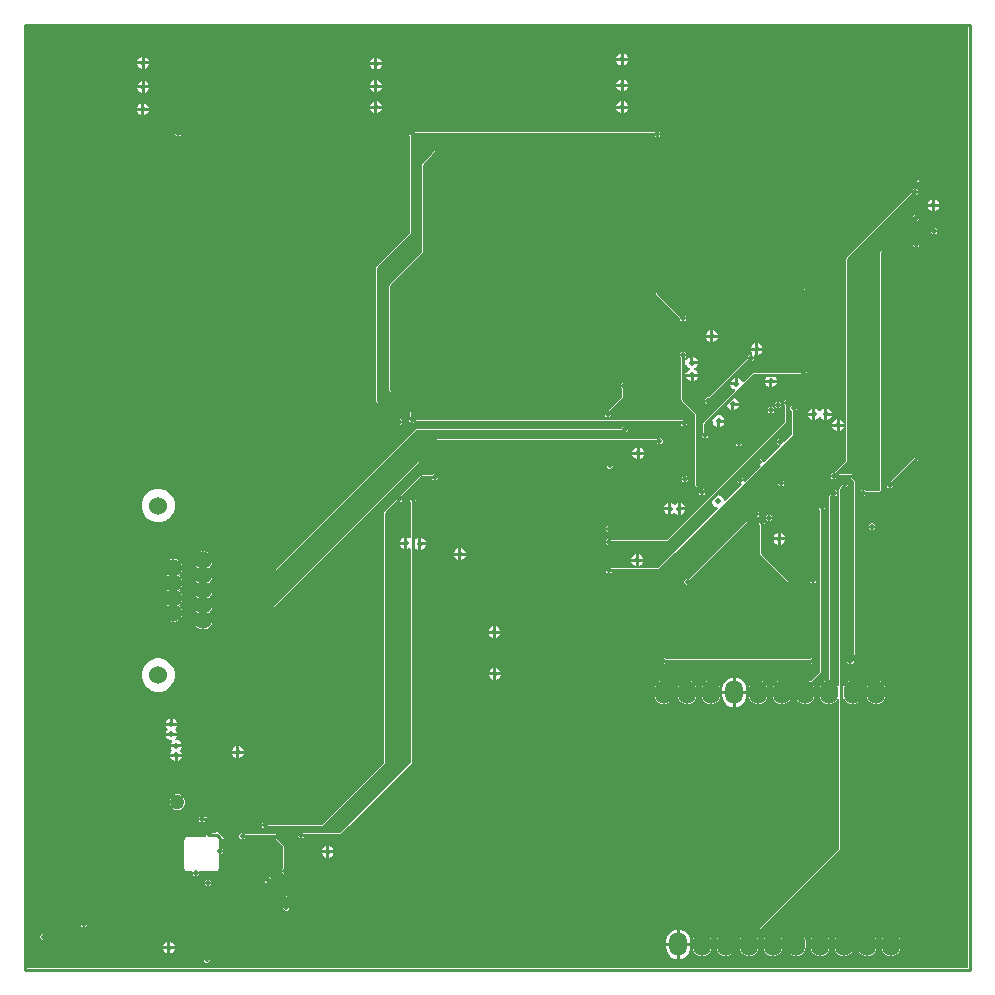
<source format=gbr>
G04*
G04 #@! TF.GenerationSoftware,Altium Limited,Altium Designer,24.4.1 (13)*
G04*
G04 Layer_Physical_Order=2*
G04 Layer_Color=36540*
%FSLAX44Y44*%
%MOMM*%
G71*
G04*
G04 #@! TF.SameCoordinates,85F95AA7-1CD2-4A53-B858-D1680FFA15A6*
G04*
G04*
G04 #@! TF.FilePolarity,Positive*
G04*
G01*
G75*
%ADD17C,0.2540*%
%ADD81O,1.5000X2.0000*%
%ADD83C,0.5000*%
%ADD84C,1.2700*%
%ADD85C,1.5240*%
G36*
X798517Y1483D02*
X1483D01*
Y798517D01*
X798517D01*
Y1483D01*
D02*
G37*
%LPC*%
G36*
X506770Y775679D02*
Y772020D01*
X510429D01*
X509773Y773605D01*
X508355Y775023D01*
X506770Y775679D01*
D02*
G37*
G36*
X504230D02*
X502645Y775023D01*
X501227Y773605D01*
X500571Y772020D01*
X504230D01*
Y775679D01*
D02*
G37*
G36*
X101020Y772929D02*
Y769270D01*
X104679D01*
X104023Y770855D01*
X102605Y772273D01*
X101020Y772929D01*
D02*
G37*
G36*
X98480D02*
X96895Y772273D01*
X95477Y770855D01*
X94821Y769270D01*
X98480D01*
Y772929D01*
D02*
G37*
G36*
X298020Y772179D02*
Y768520D01*
X301679D01*
X301023Y770105D01*
X299605Y771523D01*
X298020Y772179D01*
D02*
G37*
G36*
X295480D02*
X293895Y771523D01*
X292477Y770105D01*
X291821Y768520D01*
X295480D01*
Y772179D01*
D02*
G37*
G36*
X510429Y769480D02*
X506770D01*
Y765821D01*
X508355Y766477D01*
X509773Y767895D01*
X510429Y769480D01*
D02*
G37*
G36*
X504230D02*
X500571D01*
X501227Y767895D01*
X502645Y766477D01*
X504230Y765821D01*
Y769480D01*
D02*
G37*
G36*
X104679Y766730D02*
X101020D01*
Y763071D01*
X102605Y763727D01*
X104023Y765145D01*
X104679Y766730D01*
D02*
G37*
G36*
X98480D02*
X94821D01*
X95477Y765145D01*
X96895Y763727D01*
X98480Y763071D01*
Y766730D01*
D02*
G37*
G36*
X301679Y765980D02*
X298020D01*
Y762321D01*
X299605Y762977D01*
X301023Y764395D01*
X301679Y765980D01*
D02*
G37*
G36*
X295480D02*
X291821D01*
X292477Y764395D01*
X293895Y762977D01*
X295480Y762321D01*
Y765980D01*
D02*
G37*
G36*
X506770Y753679D02*
Y750020D01*
X510429D01*
X509773Y751605D01*
X508355Y753023D01*
X506770Y753679D01*
D02*
G37*
G36*
X504230D02*
X502645Y753023D01*
X501227Y751605D01*
X500571Y750020D01*
X504230D01*
Y753679D01*
D02*
G37*
G36*
X298020Y753179D02*
Y749520D01*
X301679D01*
X301023Y751105D01*
X299605Y752523D01*
X298020Y753179D01*
D02*
G37*
G36*
X295480D02*
X293895Y752523D01*
X292477Y751105D01*
X291821Y749520D01*
X295480D01*
Y753179D01*
D02*
G37*
G36*
X101270Y752429D02*
Y748770D01*
X104929D01*
X104273Y750355D01*
X102855Y751773D01*
X101270Y752429D01*
D02*
G37*
G36*
X98730D02*
X97145Y751773D01*
X95727Y750355D01*
X95071Y748770D01*
X98730D01*
Y752429D01*
D02*
G37*
G36*
X510429Y747480D02*
X506770D01*
Y743821D01*
X508355Y744477D01*
X509773Y745895D01*
X510429Y747480D01*
D02*
G37*
G36*
X504230D02*
X500571D01*
X501227Y745895D01*
X502645Y744477D01*
X504230Y743821D01*
Y747480D01*
D02*
G37*
G36*
X301679Y746980D02*
X298020D01*
Y743321D01*
X299605Y743977D01*
X301023Y745395D01*
X301679Y746980D01*
D02*
G37*
G36*
X295480D02*
X291821D01*
X292477Y745395D01*
X293895Y743977D01*
X295480Y743321D01*
Y746980D01*
D02*
G37*
G36*
X104929Y746230D02*
X101270D01*
Y742571D01*
X102855Y743227D01*
X104273Y744645D01*
X104929Y746230D01*
D02*
G37*
G36*
X98730D02*
X95071D01*
X95727Y744645D01*
X97145Y743227D01*
X98730Y742571D01*
Y746230D01*
D02*
G37*
G36*
X298270Y735429D02*
Y731770D01*
X301929D01*
X301273Y733355D01*
X299855Y734773D01*
X298270Y735429D01*
D02*
G37*
G36*
X295730D02*
X294145Y734773D01*
X292727Y733355D01*
X292071Y731770D01*
X295730D01*
Y735429D01*
D02*
G37*
G36*
X506770Y735179D02*
Y731520D01*
X510429D01*
X509773Y733105D01*
X508355Y734523D01*
X506770Y735179D01*
D02*
G37*
G36*
X504230D02*
X502645Y734523D01*
X501227Y733105D01*
X500571Y731520D01*
X504230D01*
Y735179D01*
D02*
G37*
G36*
X100770Y733429D02*
Y729770D01*
X104429D01*
X103773Y731355D01*
X102355Y732773D01*
X100770Y733429D01*
D02*
G37*
G36*
X98230D02*
X96645Y732773D01*
X95227Y731355D01*
X94571Y729770D01*
X98230D01*
Y733429D01*
D02*
G37*
G36*
X301929Y729230D02*
X298270D01*
Y725571D01*
X299855Y726227D01*
X301273Y727645D01*
X301929Y729230D01*
D02*
G37*
G36*
X295730D02*
X292071D01*
X292727Y727645D01*
X294145Y726227D01*
X295730Y725571D01*
Y729230D01*
D02*
G37*
G36*
X510429Y728980D02*
X506770D01*
Y725321D01*
X508355Y725977D01*
X509773Y727395D01*
X510429Y728980D01*
D02*
G37*
G36*
X504230D02*
X500571D01*
X501227Y727395D01*
X502645Y725977D01*
X504230Y725321D01*
Y728980D01*
D02*
G37*
G36*
X104429Y727230D02*
X100770D01*
Y723571D01*
X102355Y724227D01*
X103773Y725645D01*
X104429Y727230D01*
D02*
G37*
G36*
X98230D02*
X94571D01*
X95227Y725645D01*
X96645Y724227D01*
X98230Y723571D01*
Y727230D01*
D02*
G37*
G36*
X347267Y692850D02*
X346233D01*
X345277Y692454D01*
X344546Y691723D01*
X344150Y690767D01*
Y690247D01*
X336761Y682858D01*
X336326Y681809D01*
X336326Y681809D01*
Y607684D01*
X308451Y579809D01*
X308017Y578760D01*
X308017Y578760D01*
Y490750D01*
X308017Y490750D01*
X308451Y489701D01*
X326017Y472136D01*
Y468194D01*
X325296Y467473D01*
X324900Y466517D01*
Y465483D01*
X325296Y464527D01*
X326027Y463796D01*
X326983Y463400D01*
X328017D01*
X329117Y462951D01*
X330166Y462517D01*
X555150D01*
Y462233D01*
X555546Y461277D01*
X556277Y460546D01*
X556642Y460395D01*
Y417319D01*
X556296Y416973D01*
X555900Y416017D01*
Y414983D01*
X556296Y414027D01*
X557027Y413296D01*
X557983Y412900D01*
X559017D01*
X559973Y413296D01*
X560704Y414027D01*
X561100Y414983D01*
Y416017D01*
X560704Y416973D01*
X559973Y417704D01*
X559608Y417855D01*
Y460931D01*
X559954Y461277D01*
X560350Y462233D01*
Y463267D01*
X559954Y464223D01*
X559223Y464954D01*
X558267Y465350D01*
X557233D01*
X556694Y465127D01*
X555834Y465483D01*
X555834Y465483D01*
X330780D01*
X330100Y466163D01*
Y466517D01*
X329704Y467473D01*
X328983Y468194D01*
Y472750D01*
X328549Y473798D01*
X328549Y473799D01*
X310983Y491364D01*
Y578146D01*
X338858Y606021D01*
X338858Y606021D01*
X339292Y607070D01*
X339292Y607070D01*
Y681195D01*
X345889Y687792D01*
X346233Y687650D01*
X347267D01*
X348223Y688046D01*
X348954Y688777D01*
X349350Y689733D01*
Y690767D01*
X348954Y691723D01*
X348223Y692454D01*
X347267Y692850D01*
D02*
G37*
G36*
X770270Y652079D02*
Y648420D01*
X773929D01*
X773273Y650005D01*
X771855Y651423D01*
X770270Y652079D01*
D02*
G37*
G36*
X767730D02*
X766145Y651423D01*
X764727Y650005D01*
X764071Y648420D01*
X767730D01*
Y652079D01*
D02*
G37*
G36*
X773929Y645880D02*
X770270D01*
Y642221D01*
X771855Y642877D01*
X773273Y644295D01*
X773929Y645880D01*
D02*
G37*
G36*
X767730D02*
X764071D01*
X764727Y644295D01*
X766145Y642877D01*
X767730Y642221D01*
Y645880D01*
D02*
G37*
G36*
X770267Y628100D02*
X769233D01*
X768277Y627704D01*
X767546Y626973D01*
X767150Y626017D01*
Y624983D01*
X767546Y624027D01*
X768277Y623296D01*
X769233Y622900D01*
X770267D01*
X771223Y623296D01*
X771954Y624027D01*
X772350Y624983D01*
Y626017D01*
X771954Y626973D01*
X771223Y627704D01*
X770267Y628100D01*
D02*
G37*
G36*
X130017Y710850D02*
X128983D01*
X128027Y710454D01*
X127296Y709723D01*
X126900Y708767D01*
Y707733D01*
X127296Y706777D01*
X128027Y706046D01*
X128983Y705650D01*
X130017D01*
X130973Y706046D01*
X131610Y706683D01*
X325263D01*
X325294Y706610D01*
X326015Y705888D01*
Y623783D01*
X297701Y595469D01*
X297267Y594421D01*
X297267Y594421D01*
Y482000D01*
X297267Y482000D01*
X297701Y480951D01*
X314150Y464503D01*
Y463483D01*
X314546Y462527D01*
X315277Y461796D01*
X316233Y461400D01*
X317267D01*
X318223Y461796D01*
X318954Y462527D01*
X319350Y463483D01*
Y464517D01*
X318954Y465473D01*
X318223Y466204D01*
X317267Y466600D01*
X316247D01*
X300233Y482614D01*
Y593806D01*
X328547Y622120D01*
X328547Y622120D01*
X328981Y623169D01*
X328981Y623169D01*
Y705888D01*
X329401Y706308D01*
X532929D01*
X533046Y706027D01*
X533767Y705306D01*
Y573500D01*
X533767Y573500D01*
X534201Y572451D01*
X554400Y552253D01*
Y551233D01*
X554796Y550277D01*
X555527Y549546D01*
X556483Y549150D01*
X557517D01*
X558473Y549546D01*
X559204Y550277D01*
X559600Y551233D01*
Y552267D01*
X559204Y553223D01*
X558473Y553954D01*
X557517Y554350D01*
X556497D01*
X536733Y574114D01*
Y705306D01*
X537454Y706027D01*
X537850Y706983D01*
Y708017D01*
X537454Y708973D01*
X536723Y709704D01*
X535767Y710100D01*
X534733D01*
X533777Y709704D01*
X533347Y709274D01*
X329819D01*
X329702Y709555D01*
X328971Y710287D01*
X328015Y710682D01*
X326981D01*
X326025Y710287D01*
X325388Y709649D01*
X131735D01*
X131704Y709723D01*
X130973Y710454D01*
X130017Y710850D01*
D02*
G37*
G36*
X582520Y541429D02*
Y537770D01*
X586179D01*
X585523Y539355D01*
X584105Y540773D01*
X582520Y541429D01*
D02*
G37*
G36*
X579980D02*
X578395Y540773D01*
X576977Y539355D01*
X576321Y537770D01*
X579980D01*
Y541429D01*
D02*
G37*
G36*
X586179Y535230D02*
X582520D01*
Y531571D01*
X584105Y532227D01*
X585523Y533645D01*
X586179Y535230D01*
D02*
G37*
G36*
X579980D02*
X576321D01*
X576977Y533645D01*
X578395Y532227D01*
X579980Y531571D01*
Y535230D01*
D02*
G37*
G36*
X620520Y530429D02*
Y526770D01*
X624179D01*
X623523Y528355D01*
X622105Y529773D01*
X620520Y530429D01*
D02*
G37*
G36*
X617980D02*
X616395Y529773D01*
X614977Y528355D01*
X614321Y526770D01*
X617980D01*
Y530429D01*
D02*
G37*
G36*
X624179Y524230D02*
X620520D01*
Y520571D01*
X622105Y521227D01*
X623523Y522645D01*
X624179Y524230D01*
D02*
G37*
G36*
X617980D02*
X614321D01*
X614977Y522645D01*
X615667Y521955D01*
X615086Y520967D01*
X614976Y520850D01*
X613983D01*
X613027Y520454D01*
X612296Y519723D01*
X611900Y518767D01*
Y517872D01*
X578596Y484568D01*
X578517Y484600D01*
X577483D01*
X576527Y484204D01*
X575796Y483473D01*
X575400Y482517D01*
Y481483D01*
X575796Y480527D01*
X576527Y479796D01*
X577483Y479400D01*
X578517D01*
X579473Y479796D01*
X580204Y480527D01*
X580600Y481483D01*
Y482378D01*
X595787Y497565D01*
X595954Y497520D01*
X600730D01*
Y502296D01*
X600686Y502463D01*
X613905Y515682D01*
X613983Y515650D01*
X615017D01*
X615973Y516046D01*
X616704Y516777D01*
X617100Y517733D01*
Y518767D01*
X616704Y519723D01*
X616701Y519726D01*
X617420Y520803D01*
X617980Y520571D01*
Y524230D01*
D02*
G37*
G36*
X565770Y518929D02*
Y515270D01*
X569429D01*
X568773Y516855D01*
X567355Y518273D01*
X565770Y518929D01*
D02*
G37*
G36*
X557517Y523100D02*
X556483D01*
X555527Y522704D01*
X554796Y521973D01*
X554400Y521017D01*
Y519983D01*
X554796Y519027D01*
X555267Y518556D01*
Y483000D01*
X555267Y483000D01*
X555701Y481951D01*
X567267Y470386D01*
Y410818D01*
X567267Y410818D01*
X567701Y409769D01*
X571272Y406199D01*
X570796Y405723D01*
X570400Y404767D01*
Y403733D01*
X570796Y402777D01*
X571527Y402046D01*
X572483Y401650D01*
X573517D01*
X574473Y402046D01*
X575204Y402777D01*
X575600Y403733D01*
Y404767D01*
X575204Y405723D01*
X574483Y406444D01*
Y406568D01*
X574049Y407617D01*
X574049Y407617D01*
X570233Y411432D01*
Y471000D01*
X569799Y472049D01*
X569799Y472049D01*
X558233Y483614D01*
Y512894D01*
X559460Y512997D01*
X560227Y511145D01*
X561645Y509727D01*
X562772Y509261D01*
Y507886D01*
X561895Y507523D01*
X560477Y506105D01*
X559821Y504520D01*
X569679D01*
X569023Y506105D01*
X567605Y507523D01*
X566478Y507989D01*
Y509364D01*
X567355Y509727D01*
X568773Y511145D01*
X569429Y512730D01*
X564500D01*
Y514000D01*
X563230D01*
Y518929D01*
X561645Y518273D01*
X560227Y516855D01*
X559460Y515003D01*
X558233Y515106D01*
Y518196D01*
X558473Y518296D01*
X559204Y519027D01*
X559600Y519983D01*
Y521017D01*
X559204Y521973D01*
X558473Y522704D01*
X557517Y523100D01*
D02*
G37*
G36*
X754887Y671850D02*
X753853D01*
X752897Y671454D01*
X752166Y670723D01*
X751770Y669767D01*
Y668747D01*
X659451Y576429D01*
X659017Y575380D01*
X659017Y575380D01*
Y507864D01*
X656636Y505483D01*
X617250D01*
X616201Y505049D01*
X608213Y497060D01*
X606914Y497557D01*
X606273Y499105D01*
X604855Y500523D01*
X603270Y501179D01*
Y496250D01*
X602000D01*
Y494980D01*
X597071D01*
X597727Y493395D01*
X599145Y491977D01*
X600693Y491336D01*
X601190Y490037D01*
X574701Y463549D01*
X574267Y462500D01*
X574267Y462500D01*
Y454694D01*
X573546Y453973D01*
X573150Y453017D01*
Y451983D01*
X573546Y451027D01*
X574277Y450296D01*
X575233Y449900D01*
X576267D01*
X577223Y450296D01*
X577954Y451027D01*
X578350Y451983D01*
Y453017D01*
X577954Y453973D01*
X577233Y454694D01*
Y461886D01*
X580690Y465343D01*
X581960Y464817D01*
Y463498D01*
X582727Y461645D01*
X584145Y460227D01*
X585730Y459571D01*
Y464500D01*
X587000D01*
Y465770D01*
X591929D01*
X591273Y467355D01*
X589855Y468773D01*
X588003Y469540D01*
X586683D01*
X586157Y470810D01*
X592808Y477461D01*
X594306Y477163D01*
X594727Y476145D01*
X596145Y474727D01*
X597730Y474071D01*
Y479000D01*
X599000D01*
Y480270D01*
X603929D01*
X603273Y481855D01*
X601855Y483273D01*
X600837Y483694D01*
X600539Y485192D01*
X617864Y502517D01*
X626730D01*
X627216Y501344D01*
X626977Y501105D01*
X626321Y499520D01*
X636179D01*
X635523Y501105D01*
X635284Y501344D01*
X635770Y502517D01*
X657250D01*
X657250Y502517D01*
X658299Y502951D01*
X661548Y506201D01*
X661549Y506201D01*
X661983Y507250D01*
Y574766D01*
X753867Y666650D01*
X754887D01*
X755843Y667046D01*
X756574Y667777D01*
X756970Y668733D01*
Y669767D01*
X756574Y670723D01*
X755843Y671454D01*
X754887Y671850D01*
D02*
G37*
G36*
X569679Y501980D02*
X566020D01*
Y498321D01*
X567605Y498977D01*
X569023Y500395D01*
X569679Y501980D01*
D02*
G37*
G36*
X563480D02*
X559821D01*
X560477Y500395D01*
X561895Y498977D01*
X563480Y498321D01*
Y501980D01*
D02*
G37*
G36*
X636179Y496980D02*
X632520D01*
Y493321D01*
X634105Y493977D01*
X635523Y495395D01*
X636179Y496980D01*
D02*
G37*
G36*
X629980D02*
X626321D01*
X626977Y495395D01*
X628395Y493977D01*
X629980Y493321D01*
Y496980D01*
D02*
G37*
G36*
X637906Y480961D02*
X636871D01*
X635916Y480566D01*
X635184Y479834D01*
X634789Y478879D01*
Y477844D01*
X635184Y476889D01*
X635916Y476157D01*
X636871Y475761D01*
X637906D01*
X638861Y476157D01*
X639593Y476889D01*
X639989Y477844D01*
Y478879D01*
X639593Y479834D01*
X638861Y480566D01*
X637906Y480961D01*
D02*
G37*
G36*
X603929Y477730D02*
X600270D01*
Y474071D01*
X601855Y474727D01*
X603273Y476145D01*
X603929Y477730D01*
D02*
G37*
G36*
X676480Y475179D02*
X674895Y474523D01*
X673477Y473105D01*
X673385Y472882D01*
X672115D01*
X672023Y473105D01*
X670605Y474523D01*
X669020Y475179D01*
Y470250D01*
Y465321D01*
X670605Y465977D01*
X672023Y467395D01*
X672115Y467618D01*
X673385D01*
X673477Y467395D01*
X674895Y465977D01*
X676480Y465321D01*
Y470250D01*
Y475179D01*
D02*
G37*
G36*
X679020D02*
Y471520D01*
X682679D01*
X682023Y473105D01*
X680605Y474523D01*
X679020Y475179D01*
D02*
G37*
G36*
X666480D02*
X664895Y474523D01*
X663477Y473105D01*
X662821Y471520D01*
X666480D01*
Y475179D01*
D02*
G37*
G36*
X632017Y476600D02*
X630983D01*
X630027Y476204D01*
X629296Y475473D01*
X628900Y474517D01*
Y473483D01*
X629296Y472527D01*
X630027Y471796D01*
X630983Y471400D01*
X632017D01*
X632973Y471796D01*
X633704Y472527D01*
X634100Y473483D01*
Y474517D01*
X633704Y475473D01*
X632973Y476204D01*
X632017Y476600D01*
D02*
G37*
G36*
X507267Y497100D02*
X506233D01*
X505277Y496704D01*
X504546Y495973D01*
X504150Y495017D01*
Y493983D01*
X504546Y493027D01*
X505267Y492306D01*
Y484364D01*
X493753Y472850D01*
X492733D01*
X491777Y472454D01*
X491046Y471723D01*
X490650Y470767D01*
Y469733D01*
X491046Y468777D01*
X491777Y468046D01*
X492733Y467650D01*
X493767D01*
X494723Y468046D01*
X495454Y468777D01*
X495850Y469733D01*
Y470753D01*
X507799Y482701D01*
X507799Y482701D01*
X508233Y483750D01*
X508233Y483750D01*
Y492306D01*
X508954Y493027D01*
X509350Y493983D01*
Y495017D01*
X508954Y495973D01*
X508223Y496704D01*
X507267Y497100D01*
D02*
G37*
G36*
X682679Y468980D02*
X679020D01*
Y465321D01*
X680605Y465977D01*
X682023Y467395D01*
X682679Y468980D01*
D02*
G37*
G36*
X666480D02*
X662821D01*
X663477Y467395D01*
X664895Y465977D01*
X666480Y465321D01*
Y468980D01*
D02*
G37*
G36*
X689520Y465929D02*
Y462270D01*
X693179D01*
X692523Y463855D01*
X691105Y465273D01*
X689520Y465929D01*
D02*
G37*
G36*
X686980D02*
X685395Y465273D01*
X683977Y463855D01*
X683321Y462270D01*
X686980D01*
Y465929D01*
D02*
G37*
G36*
X591929Y463230D02*
X588270D01*
Y459571D01*
X589855Y460227D01*
X591273Y461645D01*
X591929Y463230D01*
D02*
G37*
G36*
X693179Y459730D02*
X689520D01*
Y456071D01*
X691105Y456727D01*
X692523Y458145D01*
X693179Y459730D01*
D02*
G37*
G36*
X686980D02*
X683321D01*
X683977Y458145D01*
X685395Y456727D01*
X686980Y456071D01*
Y459730D01*
D02*
G37*
G36*
X508017Y460350D02*
X506983D01*
X506027Y459954D01*
X505296Y459223D01*
X504900Y458267D01*
Y457983D01*
X331500D01*
X330451Y457549D01*
X330451Y457548D01*
X195686Y322783D01*
X158245D01*
X157844Y324280D01*
X156827Y326040D01*
X156077Y326791D01*
X155505Y327650D01*
X156077Y328509D01*
X156827Y329260D01*
X157844Y331020D01*
X158370Y332984D01*
Y335016D01*
X157844Y336980D01*
X156827Y338740D01*
X156077Y339491D01*
X155505Y340350D01*
X156077Y341209D01*
X156827Y341960D01*
X157844Y343720D01*
X158370Y345684D01*
Y347716D01*
X157844Y349680D01*
X156827Y351440D01*
X155390Y352878D01*
X153630Y353894D01*
X151666Y354420D01*
X149634D01*
X147670Y353894D01*
X145910Y352878D01*
X144473Y351440D01*
X143456Y349680D01*
X142930Y347716D01*
Y345684D01*
X143456Y343720D01*
X144473Y341960D01*
X145223Y341209D01*
X145795Y340350D01*
X145223Y339491D01*
X144473Y338740D01*
X143456Y336980D01*
X142930Y335016D01*
Y332984D01*
X143456Y331020D01*
X144473Y329260D01*
X145223Y328509D01*
X145795Y327650D01*
X145223Y326791D01*
X144473Y326040D01*
X143456Y324280D01*
X142930Y322316D01*
Y320284D01*
X143456Y318320D01*
X144473Y316560D01*
X145223Y315809D01*
X145795Y314950D01*
X145223Y314090D01*
X144473Y313340D01*
X143456Y311580D01*
X142930Y309616D01*
Y307584D01*
X143456Y305620D01*
X144473Y303860D01*
X145223Y303109D01*
X145795Y302250D01*
X145223Y301390D01*
X144473Y300640D01*
X143456Y298880D01*
X142930Y296916D01*
Y294884D01*
X143456Y292920D01*
X144473Y291160D01*
X145910Y289722D01*
X147670Y288706D01*
X149634Y288180D01*
X151666D01*
X153630Y288706D01*
X155390Y289722D01*
X156827Y291160D01*
X157844Y292920D01*
X158370Y294884D01*
Y296916D01*
X157844Y298880D01*
X156827Y300640D01*
X156077Y301390D01*
X155505Y302250D01*
X156077Y303109D01*
X156827Y303860D01*
X157844Y305620D01*
X158245Y307117D01*
X209350D01*
X209350Y307117D01*
X210399Y307551D01*
X349114Y446267D01*
X534806D01*
X535527Y445546D01*
X536483Y445150D01*
X537517D01*
X538473Y445546D01*
X539204Y446277D01*
X539600Y447233D01*
Y448267D01*
X539204Y449223D01*
X538473Y449954D01*
X537517Y450350D01*
X536483D01*
X535527Y449954D01*
X534806Y449233D01*
X348500D01*
X348500Y449233D01*
X347451Y448799D01*
X347451Y448798D01*
X208736Y310083D01*
X158245D01*
X157844Y311580D01*
X156827Y313340D01*
X156077Y314090D01*
X155505Y314950D01*
X156077Y315809D01*
X156827Y316560D01*
X157844Y318320D01*
X158245Y319817D01*
X196300D01*
X196300Y319817D01*
X197349Y320251D01*
X332114Y455017D01*
X505584D01*
X505584Y455017D01*
X506444Y455373D01*
X506983Y455150D01*
X508017D01*
X508973Y455546D01*
X509704Y456277D01*
X510100Y457233D01*
Y458267D01*
X509704Y459223D01*
X508973Y459954D01*
X508017Y460350D01*
D02*
G37*
G36*
X604767Y448350D02*
X603733D01*
X602777Y447954D01*
X602046Y447223D01*
X601650Y446267D01*
Y445233D01*
X602046Y444277D01*
X602777Y443546D01*
X603733Y443150D01*
X604767D01*
X605723Y443546D01*
X606454Y444277D01*
X606850Y445233D01*
Y446267D01*
X606454Y447223D01*
X605723Y447954D01*
X604767Y448350D01*
D02*
G37*
G36*
X520270Y442179D02*
Y438520D01*
X523929D01*
X523273Y440105D01*
X521855Y441523D01*
X520270Y442179D01*
D02*
G37*
G36*
X517730D02*
X516145Y441523D01*
X514727Y440105D01*
X514071Y438520D01*
X517730D01*
Y442179D01*
D02*
G37*
G36*
X523929Y435980D02*
X520270D01*
Y432321D01*
X521855Y432977D01*
X523273Y434395D01*
X523929Y435980D01*
D02*
G37*
G36*
X517730D02*
X514071D01*
X514727Y434395D01*
X516145Y432977D01*
X517730Y432321D01*
Y435980D01*
D02*
G37*
G36*
X495517Y429600D02*
X494483D01*
X493527Y429204D01*
X492796Y428473D01*
X492400Y427517D01*
Y426483D01*
X492796Y425527D01*
X493527Y424796D01*
X494483Y424400D01*
X495517D01*
X496473Y424796D01*
X497204Y425527D01*
X497600Y426483D01*
Y427517D01*
X497204Y428473D01*
X496473Y429204D01*
X495517Y429600D01*
D02*
G37*
G36*
X347267Y419850D02*
X346233D01*
X345277Y419454D01*
X344556Y418733D01*
X335750D01*
X335750Y418733D01*
X334701Y418299D01*
X334701Y418298D01*
X317253Y400850D01*
X316233D01*
X315277Y400454D01*
X314546Y399723D01*
X314150Y398767D01*
Y397747D01*
X304201Y387799D01*
X303767Y386750D01*
X303767Y386750D01*
Y174684D01*
X251816Y122733D01*
X205350D01*
Y123017D01*
X204954Y123973D01*
X204223Y124704D01*
X203267Y125100D01*
X202233D01*
X201277Y124704D01*
X200546Y123973D01*
X200150Y123017D01*
Y121983D01*
X200546Y121027D01*
X201277Y120296D01*
X202233Y119900D01*
X203267D01*
X203473Y119985D01*
X204000Y119767D01*
X204000Y119767D01*
X252430D01*
X252430Y119767D01*
X253479Y120201D01*
X306299Y173021D01*
X306299Y173021D01*
X306733Y174069D01*
X306733Y174070D01*
Y386136D01*
X316247Y395650D01*
X317267D01*
X318223Y396046D01*
X318954Y396777D01*
X319350Y397733D01*
Y398753D01*
X336364Y415767D01*
X344556D01*
X345277Y415046D01*
X346233Y414650D01*
X347267D01*
X348223Y415046D01*
X348954Y415777D01*
X349350Y416733D01*
Y417767D01*
X348954Y418723D01*
X348223Y419454D01*
X347267Y419850D01*
D02*
G37*
G36*
X640517Y414600D02*
X639483D01*
X638527Y414204D01*
X637796Y413473D01*
X637400Y412517D01*
Y411483D01*
X637796Y410527D01*
X638527Y409796D01*
X639483Y409400D01*
X640517D01*
X641473Y409796D01*
X642204Y410527D01*
X642600Y411483D01*
Y412517D01*
X642204Y413473D01*
X641473Y414204D01*
X640517Y414600D01*
D02*
G37*
G36*
X755017Y616850D02*
X753983D01*
X753027Y616454D01*
X752296Y615723D01*
X751900Y614767D01*
Y613733D01*
X752296Y612777D01*
X753017Y612056D01*
Y433364D01*
X732503Y412850D01*
X731483D01*
X730527Y412454D01*
X729796Y411723D01*
X729400Y410767D01*
Y409733D01*
X729796Y408777D01*
X730527Y408046D01*
X731483Y407650D01*
X732517D01*
X733473Y408046D01*
X734204Y408777D01*
X734600Y409733D01*
Y410753D01*
X755548Y431701D01*
X755549Y431701D01*
X755983Y432750D01*
Y612056D01*
X756704Y612777D01*
X757100Y613733D01*
Y614767D01*
X756704Y615723D01*
X755973Y616454D01*
X755017Y616850D01*
D02*
G37*
G36*
X754517Y639100D02*
X753483D01*
X752527Y638704D01*
X751796Y637973D01*
X751400Y637017D01*
Y635997D01*
X724201Y608799D01*
X723767Y607750D01*
X723767Y607750D01*
Y406102D01*
X723148Y405483D01*
X711694D01*
X710973Y406204D01*
X710017Y406600D01*
X708983D01*
X708027Y406204D01*
X707296Y405473D01*
X706900Y404517D01*
Y403483D01*
X707296Y402527D01*
X708027Y401796D01*
X708983Y401400D01*
X710017D01*
X710973Y401796D01*
X711694Y402517D01*
X723762D01*
X723762Y402517D01*
X724811Y402951D01*
X726299Y404439D01*
X726299Y404439D01*
X726733Y405488D01*
Y607136D01*
X753497Y633900D01*
X754517D01*
X755473Y634296D01*
X756204Y635027D01*
X756600Y635983D01*
Y637017D01*
X756204Y637973D01*
X755473Y638704D01*
X754517Y639100D01*
D02*
G37*
G36*
X544480Y395429D02*
X542895Y394773D01*
X541477Y393355D01*
X540821Y391770D01*
X544480D01*
Y395429D01*
D02*
G37*
G36*
X555020Y395179D02*
Y391520D01*
X558679D01*
X558023Y393105D01*
X556605Y394523D01*
X555020Y395179D01*
D02*
G37*
G36*
X544480Y389230D02*
X540821D01*
X541477Y387645D01*
X542895Y386227D01*
X544480Y385571D01*
Y389230D01*
D02*
G37*
G36*
X558679Y388980D02*
X555020D01*
Y385321D01*
X556605Y385977D01*
X558023Y387395D01*
X558679Y388980D01*
D02*
G37*
G36*
X547020Y395429D02*
Y390500D01*
Y385571D01*
X548605Y386227D01*
X549625Y387247D01*
X550895Y385977D01*
X552480Y385321D01*
Y390250D01*
Y395179D01*
X550895Y394523D01*
X549875Y393503D01*
X548605Y394773D01*
X547020Y395429D01*
D02*
G37*
G36*
X630267Y385350D02*
X629233D01*
X628277Y384954D01*
X627546Y384223D01*
X627150Y383267D01*
Y382233D01*
X627546Y381277D01*
X628277Y380546D01*
X629233Y380150D01*
X630267D01*
X631223Y380546D01*
X631954Y381277D01*
X632350Y382233D01*
Y383267D01*
X631954Y384223D01*
X631223Y384954D01*
X630267Y385350D01*
D02*
G37*
G36*
X114402Y407120D02*
X110698D01*
X107119Y406161D01*
X103911Y404309D01*
X101291Y401689D01*
X99439Y398481D01*
X98480Y394902D01*
Y391198D01*
X99439Y387619D01*
X101291Y384411D01*
X103911Y381791D01*
X107119Y379939D01*
X110698Y378980D01*
X114402D01*
X117981Y379939D01*
X121189Y381791D01*
X123809Y384411D01*
X125661Y387619D01*
X126620Y391198D01*
Y394902D01*
X125661Y398481D01*
X123809Y401689D01*
X121189Y404309D01*
X117981Y406161D01*
X114402Y407120D01*
D02*
G37*
G36*
X717517Y377869D02*
X716483D01*
X715527Y377473D01*
X714796Y376742D01*
X714400Y375786D01*
Y374752D01*
X714796Y373796D01*
X715527Y373065D01*
X716483Y372669D01*
X717517D01*
X718473Y373065D01*
X719204Y373796D01*
X719600Y374752D01*
Y375786D01*
X719204Y376742D01*
X718473Y377473D01*
X717517Y377869D01*
D02*
G37*
G36*
X494517Y376100D02*
X493483D01*
X492527Y375704D01*
X491796Y374973D01*
X491400Y374017D01*
Y372983D01*
X491796Y372027D01*
X492527Y371296D01*
X493483Y370900D01*
X494517D01*
X495473Y371296D01*
X496204Y372027D01*
X496600Y372983D01*
Y374017D01*
X496204Y374973D01*
X495473Y375704D01*
X494517Y376100D01*
D02*
G37*
G36*
X639770Y369929D02*
Y366270D01*
X643429D01*
X642773Y367855D01*
X641355Y369273D01*
X639770Y369929D01*
D02*
G37*
G36*
X637230D02*
X635645Y369273D01*
X634227Y367855D01*
X633571Y366270D01*
X637230D01*
Y369929D01*
D02*
G37*
G36*
X328517Y400850D02*
X327483D01*
X326527Y400454D01*
X325796Y399723D01*
X325400Y398767D01*
Y397733D01*
X325796Y396777D01*
X326517Y396056D01*
Y365520D01*
X325344Y365034D01*
X325105Y365273D01*
X323520Y365929D01*
Y361000D01*
Y356071D01*
X325105Y356727D01*
X325344Y356966D01*
X326517Y356480D01*
Y175131D01*
X266869Y115483D01*
X235944D01*
X235223Y116204D01*
X234267Y116600D01*
X233233D01*
X232277Y116204D01*
X231546Y115473D01*
X231150Y114517D01*
Y113483D01*
X231546Y112527D01*
X232277Y111796D01*
X233233Y111400D01*
X234267D01*
X235223Y111796D01*
X235944Y112517D01*
X267484D01*
X267484Y112517D01*
X268532Y112951D01*
X329049Y173468D01*
X329483Y174517D01*
X329483Y174517D01*
Y356343D01*
X330753Y356870D01*
X331145Y356477D01*
X332730Y355821D01*
Y360750D01*
Y365679D01*
X331145Y365023D01*
X330753Y364631D01*
X329483Y365157D01*
Y396056D01*
X330204Y396777D01*
X330600Y397733D01*
Y398767D01*
X330204Y399723D01*
X329473Y400454D01*
X328517Y400850D01*
D02*
G37*
G36*
X320980Y365929D02*
X319395Y365273D01*
X317977Y363855D01*
X317321Y362270D01*
X320980D01*
Y365929D01*
D02*
G37*
G36*
X335270Y365679D02*
Y362020D01*
X338929D01*
X338273Y363605D01*
X336855Y365023D01*
X335270Y365679D01*
D02*
G37*
G36*
X643429Y363730D02*
X639770D01*
Y360071D01*
X641355Y360727D01*
X642773Y362145D01*
X643429Y363730D01*
D02*
G37*
G36*
X637230D02*
X633571D01*
X634227Y362145D01*
X635645Y360727D01*
X637230Y360071D01*
Y363730D01*
D02*
G37*
G36*
X320980Y359730D02*
X317321D01*
X317977Y358145D01*
X319395Y356727D01*
X320980Y356071D01*
Y359730D01*
D02*
G37*
G36*
X338929Y359480D02*
X335270D01*
Y355821D01*
X336855Y356477D01*
X338273Y357895D01*
X338929Y359480D01*
D02*
G37*
G36*
X369270Y356929D02*
Y353270D01*
X372929D01*
X372273Y354855D01*
X370855Y356273D01*
X369270Y356929D01*
D02*
G37*
G36*
X366730D02*
X365145Y356273D01*
X363727Y354855D01*
X363071Y353270D01*
X366730D01*
Y356929D01*
D02*
G37*
G36*
X519520Y351679D02*
Y348020D01*
X523179D01*
X522523Y349605D01*
X521105Y351023D01*
X519520Y351679D01*
D02*
G37*
G36*
X516980D02*
X515395Y351023D01*
X513977Y349605D01*
X513321Y348020D01*
X516980D01*
Y351679D01*
D02*
G37*
G36*
X372929Y350730D02*
X369270D01*
Y347071D01*
X370855Y347727D01*
X372273Y349145D01*
X372929Y350730D01*
D02*
G37*
G36*
X366730D02*
X363071D01*
X363727Y349145D01*
X365145Y347727D01*
X366730Y347071D01*
Y350730D01*
D02*
G37*
G36*
X523179Y345480D02*
X519520D01*
Y341821D01*
X521105Y342477D01*
X522523Y343895D01*
X523179Y345480D01*
D02*
G37*
G36*
X516980D02*
X513321D01*
X513977Y343895D01*
X515395Y342477D01*
X516980Y341821D01*
Y345480D01*
D02*
G37*
G36*
X645267Y482850D02*
X644233D01*
X643277Y482454D01*
X642546Y481723D01*
X642150Y480767D01*
Y479733D01*
X642546Y478777D01*
X643267Y478056D01*
Y463614D01*
X543636Y363983D01*
X496194D01*
X495473Y364704D01*
X494517Y365100D01*
X493483D01*
X492527Y364704D01*
X491796Y363973D01*
X491400Y363017D01*
Y361983D01*
X491796Y361027D01*
X492527Y360296D01*
X493483Y359900D01*
X494517D01*
X495473Y360296D01*
X496194Y361017D01*
X544250D01*
X544250Y361017D01*
X545299Y361451D01*
X580037Y396190D01*
X581210Y395704D01*
Y395498D01*
X581977Y393645D01*
X583395Y392227D01*
X585247Y391460D01*
X585817D01*
X586343Y390190D01*
X536136Y339983D01*
X496194D01*
X495723Y340454D01*
X494767Y340850D01*
X493733D01*
X492777Y340454D01*
X492046Y339723D01*
X491650Y338767D01*
Y337733D01*
X492046Y336777D01*
X492777Y336046D01*
X493733Y335650D01*
X494767D01*
X495723Y336046D01*
X496454Y336777D01*
X496553Y337017D01*
X536750D01*
X536750Y337017D01*
X537799Y337451D01*
X651548Y451201D01*
X651549Y451201D01*
X651983Y452250D01*
X651983Y452250D01*
Y473306D01*
X652704Y474027D01*
X653100Y474983D01*
Y476017D01*
X652704Y476973D01*
X651973Y477704D01*
X651017Y478100D01*
X649983D01*
X649027Y477704D01*
X648296Y476973D01*
X647900Y476017D01*
Y474983D01*
X648296Y474027D01*
X649017Y473306D01*
Y452864D01*
X642609Y446456D01*
X641350Y446993D01*
Y447517D01*
X640954Y448473D01*
X640223Y449204D01*
X639267Y449600D01*
X638233D01*
X637277Y449204D01*
X636546Y448473D01*
X636150Y447517D01*
Y446483D01*
X636546Y445527D01*
X637277Y444796D01*
X638233Y444400D01*
X638757D01*
X639294Y443141D01*
X625184Y429031D01*
X624131Y429713D01*
X624100Y429743D01*
Y430767D01*
X623704Y431723D01*
X622973Y432454D01*
X622017Y432850D01*
X620983D01*
X620027Y432454D01*
X619296Y431723D01*
X618900Y430767D01*
Y429733D01*
X619296Y428777D01*
X620027Y428046D01*
X620983Y427650D01*
X622007D01*
X622037Y427620D01*
X622719Y426566D01*
X609007Y412854D01*
X607930Y413574D01*
X608100Y413983D01*
Y415017D01*
X607704Y415973D01*
X606973Y416704D01*
X606017Y417100D01*
X604983D01*
X604027Y416704D01*
X603296Y415973D01*
X602900Y415017D01*
Y413983D01*
X603296Y413027D01*
X604027Y412296D01*
X604983Y411900D01*
X606017D01*
X606426Y412070D01*
X607146Y410993D01*
X592560Y396407D01*
X591290Y396933D01*
Y397503D01*
X590523Y399355D01*
X589105Y400773D01*
X587253Y401540D01*
X587047D01*
X586560Y402713D01*
X645798Y461951D01*
X645799Y461951D01*
X646233Y463000D01*
Y478056D01*
X646954Y478777D01*
X647350Y479733D01*
Y480767D01*
X646954Y481723D01*
X646223Y482454D01*
X645267Y482850D01*
D02*
G37*
G36*
X619517Y388350D02*
X618483D01*
X617527Y387954D01*
X616796Y387223D01*
X616400Y386267D01*
Y385247D01*
X561964Y330811D01*
X561267Y331100D01*
X560233D01*
X559277Y330704D01*
X558546Y329973D01*
X558150Y329017D01*
Y327983D01*
X558546Y327027D01*
X559277Y326296D01*
X560233Y325900D01*
X561267D01*
X562223Y326296D01*
X562954Y327027D01*
X563350Y327983D01*
Y328003D01*
X618497Y383150D01*
X619517D01*
X620473Y383546D01*
X621204Y384277D01*
X621600Y385233D01*
Y386267D01*
X621204Y387223D01*
X620473Y387954D01*
X619517Y388350D01*
D02*
G37*
G36*
X624017Y381350D02*
X622983D01*
X622027Y380954D01*
X621296Y380223D01*
X620900Y379267D01*
Y378233D01*
X621296Y377277D01*
X622017Y376556D01*
Y353250D01*
X622017Y353250D01*
X622451Y352201D01*
X645951Y328702D01*
X645951Y328701D01*
X647000Y328267D01*
X647000Y328267D01*
X664806D01*
X665527Y327546D01*
X666483Y327150D01*
X667517D01*
X668473Y327546D01*
X669204Y328277D01*
X669600Y329233D01*
Y330267D01*
X669204Y331223D01*
X668473Y331954D01*
X667517Y332350D01*
X666483D01*
X665527Y331954D01*
X664806Y331233D01*
X647614D01*
X624983Y353864D01*
Y376556D01*
X625704Y377277D01*
X626100Y378233D01*
Y379267D01*
X625704Y380223D01*
X624973Y380954D01*
X624017Y381350D01*
D02*
G37*
G36*
X126266Y348070D02*
X124234D01*
X122270Y347544D01*
X120510Y346527D01*
X119073Y345090D01*
X118056Y343330D01*
X117530Y341366D01*
Y339334D01*
X118056Y337370D01*
X119073Y335610D01*
X119823Y334860D01*
X120395Y334000D01*
X119823Y333140D01*
X119073Y332390D01*
X118056Y330630D01*
X117530Y328666D01*
Y326634D01*
X118056Y324670D01*
X119073Y322910D01*
X119823Y322160D01*
X120395Y321300D01*
X119823Y320440D01*
X119073Y319690D01*
X118056Y317930D01*
X117530Y315966D01*
Y313934D01*
X118056Y311970D01*
X119073Y310210D01*
X119823Y309459D01*
X120395Y308600D01*
X119823Y307740D01*
X119073Y306990D01*
X118056Y305230D01*
X117530Y303266D01*
Y301234D01*
X118056Y299270D01*
X119073Y297510D01*
X120510Y296073D01*
X122270Y295056D01*
X124234Y294530D01*
X126266D01*
X128230Y295056D01*
X129990Y296073D01*
X131427Y297510D01*
X132444Y299270D01*
X132970Y301234D01*
Y303266D01*
X132444Y305230D01*
X131427Y306990D01*
X130677Y307740D01*
X130105Y308600D01*
X130677Y309459D01*
X131427Y310210D01*
X132444Y311970D01*
X132970Y313934D01*
Y315966D01*
X132444Y317930D01*
X131427Y319690D01*
X130677Y320440D01*
X130105Y321300D01*
X130677Y322160D01*
X131427Y322910D01*
X132444Y324670D01*
X132970Y326634D01*
Y328666D01*
X132444Y330630D01*
X131427Y332390D01*
X130677Y333140D01*
X130105Y334000D01*
X130677Y334860D01*
X131427Y335610D01*
X132444Y337370D01*
X132970Y339334D01*
Y341366D01*
X132444Y343330D01*
X131427Y345090D01*
X129990Y346527D01*
X128230Y347544D01*
X126266Y348070D01*
D02*
G37*
G36*
X398520Y290929D02*
Y287270D01*
X402179D01*
X401523Y288855D01*
X400105Y290273D01*
X398520Y290929D01*
D02*
G37*
G36*
X395980D02*
X394395Y290273D01*
X392977Y288855D01*
X392321Y287270D01*
X395980D01*
Y290929D01*
D02*
G37*
G36*
X402179Y284730D02*
X398520D01*
Y281071D01*
X400105Y281727D01*
X401523Y283145D01*
X402179Y284730D01*
D02*
G37*
G36*
X395980D02*
X392321D01*
X392977Y283145D01*
X394395Y281727D01*
X395980Y281071D01*
Y284730D01*
D02*
G37*
G36*
X667267Y264350D02*
X666233D01*
X665277Y263954D01*
X664556Y263233D01*
X542444D01*
X541723Y263954D01*
X540767Y264350D01*
X539733D01*
X538777Y263954D01*
X538046Y263223D01*
X537650Y262267D01*
Y261233D01*
X538046Y260277D01*
X538777Y259546D01*
X539733Y259150D01*
X540767D01*
X541723Y259546D01*
X542444Y260267D01*
X664556D01*
X665277Y259546D01*
X666233Y259150D01*
X667267D01*
X668223Y259546D01*
X668954Y260277D01*
X669350Y261233D01*
Y262267D01*
X668954Y263223D01*
X668223Y263954D01*
X667267Y264350D01*
D02*
G37*
G36*
X754017Y661350D02*
X752983D01*
X752027Y660954D01*
X751296Y660223D01*
X750900Y659267D01*
Y658247D01*
X695451Y602799D01*
X695017Y601750D01*
X695017Y601750D01*
Y430614D01*
X685003Y420600D01*
X683983D01*
X683027Y420204D01*
X682296Y419473D01*
X681900Y418517D01*
Y417483D01*
X682296Y416527D01*
X683027Y415796D01*
X683983Y415400D01*
X685017D01*
X685973Y415796D01*
X686694Y416517D01*
X699136D01*
X701767Y413886D01*
Y266832D01*
X698785Y263850D01*
X698233D01*
X697277Y263454D01*
X696546Y262723D01*
X696150Y261767D01*
Y260733D01*
X696546Y259777D01*
X697277Y259046D01*
X698233Y258650D01*
X699267D01*
X700223Y259046D01*
X700954Y259777D01*
X701350Y260733D01*
Y261767D01*
X701217Y262088D01*
X704298Y265169D01*
X704299Y265169D01*
X704733Y266218D01*
Y414500D01*
X704733Y414500D01*
X704299Y415549D01*
X704298Y415549D01*
X700799Y419049D01*
X699750Y419483D01*
X699750Y419483D01*
X689739D01*
X689253Y420656D01*
X697549Y428951D01*
X697549Y428951D01*
X697983Y430000D01*
Y601136D01*
X752997Y656150D01*
X754017D01*
X754973Y656546D01*
X755704Y657277D01*
X756100Y658233D01*
Y659267D01*
X755704Y660223D01*
X754973Y660954D01*
X754017Y661350D01*
D02*
G37*
G36*
X398770Y255429D02*
Y251770D01*
X402429D01*
X401773Y253355D01*
X400355Y254773D01*
X398770Y255429D01*
D02*
G37*
G36*
X396230D02*
X394645Y254773D01*
X393227Y253355D01*
X392571Y251770D01*
X396230D01*
Y255429D01*
D02*
G37*
G36*
X402429Y249230D02*
X398770D01*
Y245571D01*
X400355Y246227D01*
X401773Y247645D01*
X402429Y249230D01*
D02*
G37*
G36*
X396230D02*
X392571D01*
X393227Y247645D01*
X394645Y246227D01*
X396230Y245571D01*
Y249230D01*
D02*
G37*
G36*
X675017Y394100D02*
X673983D01*
X673027Y393704D01*
X672296Y392973D01*
X671900Y392017D01*
Y390983D01*
X672296Y390027D01*
X673017Y389306D01*
Y252114D01*
X664734Y243831D01*
X664333Y244139D01*
X662484Y244904D01*
X660500Y245166D01*
X658516Y244904D01*
X656667Y244139D01*
X655080Y242920D01*
X653861Y241333D01*
X653096Y239484D01*
X652834Y237500D01*
Y232500D01*
X653096Y230516D01*
X653861Y228667D01*
X655080Y227080D01*
X656667Y225861D01*
X658516Y225096D01*
X660500Y224834D01*
X662484Y225096D01*
X664333Y225861D01*
X665920Y227080D01*
X667139Y228667D01*
X667904Y230516D01*
X668166Y232500D01*
Y237500D01*
X667904Y239484D01*
X667139Y241333D01*
X666831Y241734D01*
X675548Y250451D01*
X675549Y250451D01*
X675983Y251500D01*
Y389306D01*
X676704Y390027D01*
X677100Y390983D01*
Y392017D01*
X676704Y392973D01*
X675973Y393704D01*
X675017Y394100D01*
D02*
G37*
G36*
X694517Y413600D02*
X693483D01*
X692527Y413204D01*
X691796Y412473D01*
X691400Y411517D01*
Y410483D01*
X691460Y410339D01*
X689451Y408331D01*
X689017Y407282D01*
X689017Y407282D01*
Y240116D01*
X687747Y239864D01*
X687139Y241333D01*
X685920Y242920D01*
X684333Y244139D01*
X683603Y244441D01*
Y400256D01*
X684497Y401150D01*
X685517D01*
X686473Y401546D01*
X687204Y402277D01*
X687600Y403233D01*
Y404267D01*
X687204Y405223D01*
X686473Y405954D01*
X685517Y406350D01*
X684483D01*
X683527Y405954D01*
X682796Y405223D01*
X682400Y404267D01*
Y403247D01*
X681071Y401919D01*
X680637Y400870D01*
X680637Y400870D01*
Y245286D01*
X680500Y245166D01*
X678516Y244904D01*
X676667Y244139D01*
X675080Y242920D01*
X673861Y241333D01*
X673096Y239484D01*
X672834Y237500D01*
Y232500D01*
X673096Y230516D01*
X673861Y228667D01*
X675080Y227080D01*
X676667Y225861D01*
X678516Y225096D01*
X680500Y224834D01*
X682484Y225096D01*
X684333Y225861D01*
X685920Y227080D01*
X687139Y228667D01*
X687747Y230136D01*
X689017Y229884D01*
Y102114D01*
X617234Y30331D01*
X616833Y30639D01*
X614984Y31404D01*
X613000Y31666D01*
X611016Y31404D01*
X609167Y30639D01*
X607580Y29420D01*
X606361Y27833D01*
X605596Y25984D01*
X605335Y24000D01*
Y19000D01*
X605596Y17016D01*
X606361Y15167D01*
X607580Y13580D01*
X609167Y12361D01*
X611016Y11596D01*
X613000Y11334D01*
X614984Y11596D01*
X616833Y12361D01*
X618420Y13580D01*
X619639Y15167D01*
X620404Y17016D01*
X620666Y19000D01*
Y24000D01*
X620404Y25984D01*
X619639Y27833D01*
X619331Y28234D01*
X691549Y100451D01*
X691983Y101500D01*
Y229884D01*
X693253Y230136D01*
X693861Y228667D01*
X695080Y227080D01*
X696667Y225861D01*
X698516Y225096D01*
X700500Y224834D01*
X702484Y225096D01*
X704333Y225861D01*
X705920Y227080D01*
X707139Y228667D01*
X707904Y230516D01*
X708166Y232500D01*
Y237500D01*
X707904Y239484D01*
X707139Y241333D01*
X705920Y242920D01*
X704333Y244139D01*
X702484Y244904D01*
X700500Y245166D01*
X698516Y244904D01*
X696667Y244139D01*
X695080Y242920D01*
X693861Y241333D01*
X693253Y239864D01*
X691983Y240116D01*
Y406668D01*
X693715Y408400D01*
X694517D01*
X695473Y408796D01*
X696204Y409527D01*
X696600Y410483D01*
Y411517D01*
X696204Y412473D01*
X695473Y413204D01*
X694517Y413600D01*
D02*
G37*
G36*
X601770Y247459D02*
Y236270D01*
X610627D01*
Y237500D01*
X610282Y240121D01*
X609270Y242563D01*
X607661Y244661D01*
X605563Y246270D01*
X603121Y247282D01*
X601770Y247459D01*
D02*
G37*
G36*
X599230Y247460D02*
X597879Y247282D01*
X595437Y246270D01*
X593340Y244661D01*
X591730Y242563D01*
X590718Y240121D01*
X590373Y237500D01*
Y236270D01*
X599230D01*
Y247460D01*
D02*
G37*
G36*
X114402Y263620D02*
X110698D01*
X107119Y262661D01*
X103911Y260809D01*
X101291Y258189D01*
X99439Y254981D01*
X98480Y251402D01*
Y247698D01*
X99439Y244119D01*
X101291Y240911D01*
X103911Y238291D01*
X107119Y236439D01*
X110698Y235480D01*
X114402D01*
X117981Y236439D01*
X121189Y238291D01*
X123809Y240911D01*
X125661Y244119D01*
X126620Y247698D01*
Y251402D01*
X125661Y254981D01*
X123809Y258189D01*
X121189Y260809D01*
X117981Y262661D01*
X114402Y263620D01*
D02*
G37*
G36*
X720500Y245166D02*
X718516Y244904D01*
X716667Y244139D01*
X715080Y242920D01*
X713861Y241333D01*
X713096Y239484D01*
X712834Y237500D01*
Y232500D01*
X713096Y230516D01*
X713861Y228667D01*
X715080Y227080D01*
X716667Y225861D01*
X718516Y225096D01*
X720500Y224834D01*
X722484Y225096D01*
X724333Y225861D01*
X725920Y227080D01*
X727139Y228667D01*
X727904Y230516D01*
X728166Y232500D01*
Y237500D01*
X727904Y239484D01*
X727139Y241333D01*
X725920Y242920D01*
X724333Y244139D01*
X722484Y244904D01*
X720500Y245166D01*
D02*
G37*
G36*
X640500D02*
X638516Y244904D01*
X636667Y244139D01*
X635080Y242920D01*
X633862Y241333D01*
X633096Y239484D01*
X632835Y237500D01*
Y232500D01*
X633096Y230516D01*
X633862Y228667D01*
X635080Y227080D01*
X636667Y225861D01*
X638516Y225096D01*
X640500Y224834D01*
X642484Y225096D01*
X644333Y225861D01*
X645920Y227080D01*
X647139Y228667D01*
X647904Y230516D01*
X648166Y232500D01*
Y237500D01*
X647904Y239484D01*
X647139Y241333D01*
X645920Y242920D01*
X644333Y244139D01*
X642484Y244904D01*
X640500Y245166D01*
D02*
G37*
G36*
X620500D02*
X618516Y244904D01*
X616667Y244139D01*
X615080Y242920D01*
X613862Y241333D01*
X613096Y239484D01*
X612835Y237500D01*
Y232500D01*
X613096Y230516D01*
X613862Y228667D01*
X615080Y227080D01*
X616667Y225861D01*
X618516Y225096D01*
X620500Y224834D01*
X622484Y225096D01*
X624333Y225861D01*
X625920Y227080D01*
X627139Y228667D01*
X627904Y230516D01*
X628166Y232500D01*
Y237500D01*
X627904Y239484D01*
X627139Y241333D01*
X625920Y242920D01*
X624333Y244139D01*
X622484Y244904D01*
X620500Y245166D01*
D02*
G37*
G36*
X580500D02*
X578516Y244904D01*
X576667Y244139D01*
X575080Y242920D01*
X573862Y241333D01*
X573096Y239484D01*
X572835Y237500D01*
Y232500D01*
X573096Y230516D01*
X573862Y228667D01*
X575080Y227080D01*
X576667Y225861D01*
X578516Y225096D01*
X580500Y224834D01*
X582484Y225096D01*
X584333Y225861D01*
X585920Y227080D01*
X587139Y228667D01*
X587905Y230516D01*
X588166Y232500D01*
Y237500D01*
X587905Y239484D01*
X587139Y241333D01*
X585920Y242920D01*
X584333Y244139D01*
X582484Y244904D01*
X580500Y245166D01*
D02*
G37*
G36*
X560500D02*
X558516Y244904D01*
X556667Y244139D01*
X555080Y242920D01*
X553862Y241333D01*
X553096Y239484D01*
X552835Y237500D01*
Y232500D01*
X553096Y230516D01*
X553862Y228667D01*
X555080Y227080D01*
X556667Y225861D01*
X558516Y225096D01*
X560500Y224834D01*
X562484Y225096D01*
X564333Y225861D01*
X565920Y227080D01*
X567139Y228667D01*
X567905Y230516D01*
X568166Y232500D01*
Y237500D01*
X567905Y239484D01*
X567139Y241333D01*
X565920Y242920D01*
X564333Y244139D01*
X562484Y244904D01*
X560500Y245166D01*
D02*
G37*
G36*
X540500D02*
X538516Y244904D01*
X536667Y244139D01*
X535080Y242920D01*
X533862Y241333D01*
X533096Y239484D01*
X532835Y237500D01*
Y232500D01*
X533096Y230516D01*
X533862Y228667D01*
X535080Y227080D01*
X536667Y225861D01*
X538516Y225096D01*
X540500Y224834D01*
X542484Y225096D01*
X544333Y225861D01*
X545920Y227080D01*
X547139Y228667D01*
X547905Y230516D01*
X548166Y232500D01*
Y237500D01*
X547905Y239484D01*
X547139Y241333D01*
X545920Y242920D01*
X544333Y244139D01*
X542484Y244904D01*
X540500Y245166D01*
D02*
G37*
G36*
X610627Y233730D02*
X601770D01*
Y222541D01*
X603121Y222718D01*
X605563Y223730D01*
X607661Y225339D01*
X609270Y227437D01*
X610282Y229879D01*
X610627Y232500D01*
Y233730D01*
D02*
G37*
G36*
X599230D02*
X590373D01*
Y232500D01*
X590718Y229879D01*
X591730Y227437D01*
X593340Y225339D01*
X595437Y223730D01*
X597879Y222718D01*
X599230Y222541D01*
Y233730D01*
D02*
G37*
G36*
X125020Y212679D02*
Y209020D01*
X128679D01*
X128023Y210605D01*
X126605Y212023D01*
X125020Y212679D01*
D02*
G37*
G36*
X122480D02*
X120895Y212023D01*
X119477Y210605D01*
X118821Y209020D01*
X122480D01*
Y212679D01*
D02*
G37*
G36*
X128679Y206480D02*
X118821D01*
X119477Y204895D01*
X120747Y203625D01*
X119477Y202355D01*
X118821Y200770D01*
X128679D01*
X128023Y202355D01*
X126753Y203625D01*
X128023Y204895D01*
X128679Y206480D01*
D02*
G37*
G36*
Y198230D02*
X118821D01*
X119477Y196645D01*
X120895Y195227D01*
X122747Y194460D01*
X124036D01*
X124562Y193190D01*
X123727Y192355D01*
X123071Y190770D01*
X132929D01*
X132273Y192355D01*
X130855Y193773D01*
X129003Y194540D01*
X127714D01*
X127188Y195810D01*
X128023Y196645D01*
X128679Y198230D01*
D02*
G37*
G36*
X181270Y189179D02*
Y185520D01*
X184929D01*
X184273Y187105D01*
X182855Y188523D01*
X181270Y189179D01*
D02*
G37*
G36*
X178730D02*
X177145Y188523D01*
X175727Y187105D01*
X175071Y185520D01*
X178730D01*
Y189179D01*
D02*
G37*
G36*
X132929Y188230D02*
X123071D01*
X123727Y186645D01*
X124622Y185750D01*
X123477Y184605D01*
X122821Y183020D01*
X132679D01*
X132023Y184605D01*
X131128Y185500D01*
X132273Y186645D01*
X132929Y188230D01*
D02*
G37*
G36*
X184929Y182980D02*
X181270D01*
Y179321D01*
X182855Y179977D01*
X184273Y181395D01*
X184929Y182980D01*
D02*
G37*
G36*
X178730D02*
X175071D01*
X175727Y181395D01*
X177145Y179977D01*
X178730Y179321D01*
Y182980D01*
D02*
G37*
G36*
X132679Y180480D02*
X129020D01*
Y176821D01*
X130605Y177477D01*
X132023Y178895D01*
X132679Y180480D01*
D02*
G37*
G36*
X126480D02*
X122821D01*
X123477Y178895D01*
X124895Y177477D01*
X126480Y176821D01*
Y180480D01*
D02*
G37*
G36*
X130033Y148450D02*
X127467D01*
X125096Y147468D01*
X123282Y145654D01*
X122300Y143283D01*
Y140717D01*
X123282Y138346D01*
X125096Y136532D01*
X127467Y135550D01*
X130033D01*
X132404Y136532D01*
X134218Y138346D01*
X135200Y140717D01*
Y143283D01*
X134218Y145654D01*
X132404Y147468D01*
X130033Y148450D01*
D02*
G37*
G36*
X150267Y130100D02*
X149233D01*
X148277Y129704D01*
X147546Y128973D01*
X147150Y128017D01*
Y126983D01*
X147546Y126027D01*
X148277Y125296D01*
X149233Y124900D01*
X150267D01*
X151223Y125296D01*
X151944Y126017D01*
X153386D01*
X162262Y117141D01*
X161652Y115955D01*
X158065D01*
X157954Y116223D01*
X157223Y116954D01*
X156267Y117350D01*
X155233D01*
X154277Y116954D01*
X153546Y116223D01*
X153150Y115267D01*
Y114233D01*
X153327Y113807D01*
X152660Y112596D01*
X152583Y112537D01*
X137303D01*
X136312Y112339D01*
X135472Y111778D01*
X134910Y110938D01*
X134713Y109947D01*
Y86053D01*
X134910Y85062D01*
X135472Y84222D01*
X136312Y83660D01*
X137303Y83463D01*
X141018D01*
X141650Y82517D01*
Y81483D01*
X142046Y80527D01*
X142777Y79796D01*
X143733Y79400D01*
X144767D01*
X145723Y79796D01*
X146454Y80527D01*
X146850Y81483D01*
Y82517D01*
X147482Y83463D01*
X161197D01*
X162188Y83660D01*
X163028Y84222D01*
X163589Y85062D01*
X163787Y86053D01*
Y97668D01*
X164733Y98300D01*
X165767D01*
X166723Y98696D01*
X167454Y99427D01*
X167850Y100383D01*
Y101417D01*
X167454Y102373D01*
X166733Y103094D01*
Y110874D01*
X167919Y111483D01*
X202900Y76503D01*
Y75483D01*
X203296Y74527D01*
X204027Y73796D01*
X204983Y73400D01*
X206003D01*
X218748Y60655D01*
Y54107D01*
X218400Y53267D01*
Y52233D01*
X218796Y51277D01*
X219527Y50546D01*
X220483Y50150D01*
X221517D01*
X222473Y50546D01*
X223204Y51277D01*
X223600Y52233D01*
Y53267D01*
X223204Y54223D01*
X222473Y54954D01*
X221714Y55269D01*
Y61269D01*
X221714Y61269D01*
X221279Y62318D01*
X221279Y62318D01*
X208100Y75497D01*
Y76517D01*
X207704Y77473D01*
X206973Y78204D01*
X206017Y78600D01*
X204997D01*
X155049Y128549D01*
X154000Y128983D01*
X154000Y128983D01*
X151944D01*
X151223Y129704D01*
X150267Y130100D01*
D02*
G37*
G36*
X257270Y104929D02*
Y101270D01*
X260929D01*
X260273Y102855D01*
X258855Y104273D01*
X257270Y104929D01*
D02*
G37*
G36*
X254730D02*
X253145Y104273D01*
X251727Y102855D01*
X251071Y101270D01*
X254730D01*
Y104929D01*
D02*
G37*
G36*
X260929Y98730D02*
X257270D01*
Y95071D01*
X258855Y95727D01*
X260273Y97145D01*
X260929Y98730D01*
D02*
G37*
G36*
X254730D02*
X251071D01*
X251727Y97145D01*
X253145Y95727D01*
X254730Y95071D01*
Y98730D01*
D02*
G37*
G36*
X184517Y115850D02*
X183483D01*
X182527Y115454D01*
X181796Y114723D01*
X181400Y113767D01*
Y112733D01*
X181796Y111777D01*
X182527Y111046D01*
X183483Y110650D01*
X184517D01*
X185473Y111046D01*
X186194Y111767D01*
X211136D01*
X218267Y104636D01*
Y86194D01*
X217546Y85473D01*
X217150Y84517D01*
Y83483D01*
X217546Y82527D01*
X218277Y81796D01*
X219233Y81400D01*
X220267D01*
X221223Y81796D01*
X221954Y82527D01*
X222350Y83483D01*
Y84517D01*
X221954Y85473D01*
X221233Y86194D01*
Y105250D01*
X221233Y105250D01*
X220799Y106299D01*
X220798Y106299D01*
X212799Y114299D01*
X211750Y114733D01*
X211750Y114733D01*
X186194D01*
X185473Y115454D01*
X184517Y115850D01*
D02*
G37*
G36*
X155367Y76450D02*
X154333D01*
X153377Y76054D01*
X152646Y75323D01*
X152250Y74367D01*
Y73333D01*
X152646Y72377D01*
X153377Y71646D01*
X154333Y71250D01*
X155367D01*
X156323Y71646D01*
X157054Y72377D01*
X157450Y73333D01*
Y74367D01*
X157054Y75323D01*
X156323Y76054D01*
X155367Y76450D01*
D02*
G37*
G36*
X50017Y41100D02*
X48983D01*
X48027Y40704D01*
X47296Y39973D01*
X46900Y39017D01*
Y37983D01*
X47296Y37027D01*
X48027Y36296D01*
X48983Y35900D01*
X50017D01*
X50973Y36296D01*
X51704Y37027D01*
X52100Y37983D01*
Y39017D01*
X51704Y39973D01*
X50973Y40704D01*
X50017Y41100D01*
D02*
G37*
G36*
X16017Y30600D02*
X14983D01*
X14027Y30204D01*
X13296Y29473D01*
X12900Y28517D01*
Y27483D01*
X13296Y26527D01*
X14027Y25796D01*
X14983Y25400D01*
X16017D01*
X16973Y25796D01*
X17704Y26527D01*
X18100Y27483D01*
Y28517D01*
X17704Y29473D01*
X16973Y30204D01*
X16017Y30600D01*
D02*
G37*
G36*
X554270Y33959D02*
Y22770D01*
X563127D01*
Y24000D01*
X562782Y26621D01*
X561770Y29063D01*
X560161Y31161D01*
X558063Y32770D01*
X555621Y33782D01*
X554270Y33959D01*
D02*
G37*
G36*
X551730Y33960D02*
X550379Y33782D01*
X547937Y32770D01*
X545839Y31161D01*
X544230Y29063D01*
X543218Y26621D01*
X542873Y24000D01*
Y22770D01*
X551730D01*
Y33960D01*
D02*
G37*
G36*
X122770Y23679D02*
Y20020D01*
X126429D01*
X125773Y21605D01*
X124355Y23023D01*
X122770Y23679D01*
D02*
G37*
G36*
X120230D02*
X118645Y23023D01*
X117227Y21605D01*
X116571Y20020D01*
X120230D01*
Y23679D01*
D02*
G37*
G36*
X126429Y17480D02*
X122770D01*
Y13821D01*
X124355Y14477D01*
X125773Y15895D01*
X126429Y17480D01*
D02*
G37*
G36*
X120230D02*
X116571D01*
X117227Y15895D01*
X118645Y14477D01*
X120230Y13821D01*
Y17480D01*
D02*
G37*
G36*
X733000Y31666D02*
X731016Y31404D01*
X729167Y30639D01*
X727579Y29420D01*
X726361Y27833D01*
X725596Y25984D01*
X725334Y24000D01*
Y19000D01*
X725596Y17016D01*
X726361Y15167D01*
X727579Y13580D01*
X729167Y12361D01*
X731016Y11596D01*
X733000Y11334D01*
X734984Y11596D01*
X736833Y12361D01*
X738420Y13580D01*
X739639Y15167D01*
X740404Y17016D01*
X740666Y19000D01*
Y24000D01*
X740404Y25984D01*
X739639Y27833D01*
X738420Y29420D01*
X736833Y30639D01*
X734984Y31404D01*
X733000Y31666D01*
D02*
G37*
G36*
X713000D02*
X711016Y31404D01*
X709167Y30639D01*
X707580Y29420D01*
X706361Y27833D01*
X705596Y25984D01*
X705334Y24000D01*
Y19000D01*
X705596Y17016D01*
X706361Y15167D01*
X707580Y13580D01*
X709167Y12361D01*
X711016Y11596D01*
X713000Y11334D01*
X714984Y11596D01*
X716833Y12361D01*
X718420Y13580D01*
X719639Y15167D01*
X720404Y17016D01*
X720666Y19000D01*
Y24000D01*
X720404Y25984D01*
X719639Y27833D01*
X718420Y29420D01*
X716833Y30639D01*
X714984Y31404D01*
X713000Y31666D01*
D02*
G37*
G36*
X693000D02*
X691016Y31404D01*
X689167Y30639D01*
X687580Y29420D01*
X686361Y27833D01*
X685596Y25984D01*
X685334Y24000D01*
Y19000D01*
X685596Y17016D01*
X686361Y15167D01*
X687580Y13580D01*
X689167Y12361D01*
X691016Y11596D01*
X693000Y11334D01*
X694984Y11596D01*
X696833Y12361D01*
X698420Y13580D01*
X699639Y15167D01*
X700404Y17016D01*
X700666Y19000D01*
Y24000D01*
X700404Y25984D01*
X699639Y27833D01*
X698420Y29420D01*
X696833Y30639D01*
X694984Y31404D01*
X693000Y31666D01*
D02*
G37*
G36*
X673000D02*
X671016Y31404D01*
X669167Y30639D01*
X667580Y29420D01*
X666361Y27833D01*
X665596Y25984D01*
X665334Y24000D01*
Y19000D01*
X665596Y17016D01*
X666361Y15167D01*
X667580Y13580D01*
X669167Y12361D01*
X671016Y11596D01*
X673000Y11334D01*
X674984Y11596D01*
X676833Y12361D01*
X678420Y13580D01*
X679639Y15167D01*
X680404Y17016D01*
X680666Y19000D01*
Y24000D01*
X680404Y25984D01*
X679639Y27833D01*
X678420Y29420D01*
X676833Y30639D01*
X674984Y31404D01*
X673000Y31666D01*
D02*
G37*
G36*
X653000D02*
X651016Y31404D01*
X649167Y30639D01*
X647580Y29420D01*
X646361Y27833D01*
X645596Y25984D01*
X645334Y24000D01*
Y19000D01*
X645596Y17016D01*
X646361Y15167D01*
X647580Y13580D01*
X649167Y12361D01*
X651016Y11596D01*
X653000Y11334D01*
X654984Y11596D01*
X656833Y12361D01*
X658420Y13580D01*
X659639Y15167D01*
X660404Y17016D01*
X660666Y19000D01*
Y24000D01*
X660404Y25984D01*
X659639Y27833D01*
X658420Y29420D01*
X656833Y30639D01*
X654984Y31404D01*
X653000Y31666D01*
D02*
G37*
G36*
X633000D02*
X631016Y31404D01*
X629167Y30639D01*
X627580Y29420D01*
X626361Y27833D01*
X625596Y25984D01*
X625334Y24000D01*
Y19000D01*
X625596Y17016D01*
X626361Y15167D01*
X627580Y13580D01*
X629167Y12361D01*
X631016Y11596D01*
X633000Y11334D01*
X634984Y11596D01*
X636833Y12361D01*
X638420Y13580D01*
X639639Y15167D01*
X640404Y17016D01*
X640666Y19000D01*
Y24000D01*
X640404Y25984D01*
X639639Y27833D01*
X638420Y29420D01*
X636833Y30639D01*
X634984Y31404D01*
X633000Y31666D01*
D02*
G37*
G36*
X593000D02*
X591016Y31404D01*
X589167Y30639D01*
X587580Y29420D01*
X586362Y27833D01*
X585596Y25984D01*
X585335Y24000D01*
Y19000D01*
X585596Y17016D01*
X586362Y15167D01*
X587580Y13580D01*
X589167Y12361D01*
X591016Y11596D01*
X593000Y11334D01*
X594984Y11596D01*
X596833Y12361D01*
X598420Y13580D01*
X599639Y15167D01*
X600404Y17016D01*
X600666Y19000D01*
Y24000D01*
X600404Y25984D01*
X599639Y27833D01*
X598420Y29420D01*
X596833Y30639D01*
X594984Y31404D01*
X593000Y31666D01*
D02*
G37*
G36*
X573000D02*
X571016Y31404D01*
X569167Y30639D01*
X567580Y29420D01*
X566362Y27833D01*
X565596Y25984D01*
X565335Y24000D01*
Y19000D01*
X565596Y17016D01*
X566362Y15167D01*
X567580Y13580D01*
X569167Y12361D01*
X571016Y11596D01*
X573000Y11334D01*
X574984Y11596D01*
X576833Y12361D01*
X578420Y13580D01*
X579639Y15167D01*
X580404Y17016D01*
X580666Y19000D01*
Y24000D01*
X580404Y25984D01*
X579639Y27833D01*
X578420Y29420D01*
X576833Y30639D01*
X574984Y31404D01*
X573000Y31666D01*
D02*
G37*
G36*
X563127Y20230D02*
X554270D01*
Y9041D01*
X555621Y9218D01*
X558063Y10230D01*
X560161Y11839D01*
X561770Y13937D01*
X562782Y16379D01*
X563127Y19000D01*
Y20230D01*
D02*
G37*
G36*
X551730D02*
X542873D01*
Y19000D01*
X543218Y16379D01*
X544230Y13937D01*
X545839Y11839D01*
X547937Y10230D01*
X550379Y9218D01*
X551730Y9040D01*
Y20230D01*
D02*
G37*
G36*
X154267Y11350D02*
X153233D01*
X152277Y10954D01*
X151546Y10223D01*
X151150Y9267D01*
Y8233D01*
X151546Y7277D01*
X152277Y6546D01*
X153233Y6150D01*
X154267D01*
X155223Y6546D01*
X155954Y7277D01*
X156350Y8233D01*
Y9267D01*
X155954Y10223D01*
X155223Y10954D01*
X154267Y11350D01*
D02*
G37*
%LPD*%
D17*
X328166Y466000D02*
X330166Y464000D01*
X555834D02*
X557084Y462750D01*
X327500Y466000D02*
X328166D01*
X330166Y464000D02*
X555834D01*
X557084Y462750D02*
X557750D01*
X505584Y456500D02*
X506834Y457750D01*
X196300Y321300D02*
X331500Y456500D01*
X506834Y457750D02*
X507500D01*
X331500Y456500D02*
X505584D01*
X150650Y321300D02*
X196300D01*
X209350Y308600D02*
X348500Y447750D01*
X150650Y308600D02*
X209350D01*
X348500Y447750D02*
X537000D01*
X154000Y127500D02*
X220231Y61269D01*
X149750Y127500D02*
X154000D01*
X162060Y114472D02*
X165250Y111282D01*
X155750Y114750D02*
X156028Y114472D01*
X165250Y100900D02*
Y111282D01*
X156028Y114472D02*
X162060D01*
X647000Y329750D02*
X667000D01*
X623500Y353250D02*
X647000Y329750D01*
X623500Y353250D02*
Y378750D01*
X578125Y482000D02*
X614375Y518250D01*
X614500D01*
X578000Y482000D02*
X578125D01*
X494000Y362500D02*
X544250D01*
X644750Y463000D01*
X494250Y338500D02*
X536750D01*
X650500Y452250D01*
Y475500D01*
X644750Y463000D02*
Y480250D01*
X568750Y410818D02*
X573000Y406568D01*
Y404250D02*
Y406568D01*
X568750Y410818D02*
Y471000D01*
X575750Y462500D02*
X617250Y504000D01*
X575750Y452500D02*
Y462500D01*
X617250Y504000D02*
X657250D01*
X660500Y507250D01*
Y575380D02*
X754370Y669250D01*
X660500Y507250D02*
Y575380D01*
X558125Y415875D02*
Y462375D01*
X557750Y462750D02*
X558125Y462375D01*
Y415875D02*
X558500Y415500D01*
X682120Y236620D02*
Y400870D01*
X685000Y403750D01*
X690500Y407282D02*
X694000Y410782D01*
X690500Y101500D02*
Y407282D01*
X613000Y24000D02*
X690500Y101500D01*
X694000Y410782D02*
Y411000D01*
X561750Y328500D02*
X619000Y385750D01*
X560750Y328500D02*
X561750D01*
X556750Y483000D02*
Y520250D01*
X557000Y520500D01*
X535250Y573500D02*
X557000Y551750D01*
X535250Y573500D02*
Y707500D01*
X556750Y483000D02*
X568750Y471000D01*
X709500Y404000D02*
X723762D01*
X725250Y405488D01*
Y607750D01*
X754000Y636500D01*
X698750Y261718D02*
X703250Y266218D01*
X699750Y418000D02*
X703250Y414500D01*
X684500Y418000D02*
X699750D01*
X703250Y266218D02*
Y414500D01*
X698750Y261250D02*
Y261718D01*
X732000Y410250D02*
X754500Y432750D01*
Y614250D01*
X680500Y235000D02*
X682120Y236620D01*
X660500Y237500D02*
X674500Y251500D01*
Y391500D01*
X540250Y261750D02*
X666750D01*
X660500Y235000D02*
Y237500D01*
X684500Y418000D02*
X696500Y430000D01*
Y601750D02*
X753500Y658750D01*
X696500Y430000D02*
Y601750D01*
X613000Y21500D02*
Y24000D01*
X493250Y470250D02*
X506750Y483750D01*
Y494500D01*
X335750Y417250D02*
X346750D01*
X316750Y398250D02*
X335750Y417250D01*
X202750Y122500D02*
X204000Y121250D01*
X252430D01*
X305250Y174069D01*
Y386750D02*
X316750Y398250D01*
X305250Y174069D02*
Y386750D01*
X328000Y174517D02*
Y398250D01*
X267484Y114000D02*
X328000Y174517D01*
X233750Y114000D02*
X267484D01*
X327500Y466000D02*
Y472750D01*
X309500Y490750D02*
X327500Y472750D01*
X309500Y490750D02*
Y578760D01*
X298750Y482000D02*
Y594421D01*
Y482000D02*
X316750Y464000D01*
X298750Y594421D02*
X327498Y623169D01*
X184000Y113250D02*
X211750D01*
X219750Y84000D02*
Y105250D01*
X211750Y113250D02*
X219750Y105250D01*
X309500Y578760D02*
X337809Y607070D01*
Y681809D01*
X346250Y690250D01*
X220231Y53519D02*
X221000Y52750D01*
X220231Y53519D02*
Y61269D01*
X327498Y623169D02*
Y708082D01*
X346250Y690250D02*
X346750D01*
X327789Y707791D02*
X534959D01*
X535250Y707500D01*
X327498Y708082D02*
X327789Y707791D01*
X129584Y708166D02*
X327414D01*
X129500Y708250D02*
X129584Y708166D01*
X327414D02*
X327498Y708082D01*
X800000Y0D02*
Y800000D01*
X0Y0D02*
X800000D01*
X0Y800000D02*
X800000D01*
X0Y0D02*
Y800000D01*
D81*
X720500Y235000D02*
D03*
X680500D02*
D03*
X660500D02*
D03*
X640500D02*
D03*
X580500D02*
D03*
X560500D02*
D03*
X540500D02*
D03*
X600500D02*
D03*
X620500D02*
D03*
X700500D02*
D03*
X733000Y21500D02*
D03*
X693000D02*
D03*
X673000D02*
D03*
X653000D02*
D03*
X593000D02*
D03*
X573000D02*
D03*
X553000D02*
D03*
X613000D02*
D03*
X633000D02*
D03*
X713000D02*
D03*
D83*
X165250Y100900D02*
D03*
X155750Y114750D02*
D03*
X153750Y8750D02*
D03*
X256000Y100000D02*
D03*
X144250Y82000D02*
D03*
X154850Y73850D02*
D03*
X15500Y28000D02*
D03*
X49500Y38500D02*
D03*
X640000Y412000D02*
D03*
X605500Y414500D02*
D03*
X638750Y447000D02*
D03*
X604250Y445750D02*
D03*
X621500Y430250D02*
D03*
X638500Y365000D02*
D03*
X586250Y396500D02*
D03*
X619250Y525500D02*
D03*
X614500Y518250D02*
D03*
X602000Y496250D02*
D03*
X581250Y536500D02*
D03*
X564750Y503250D02*
D03*
X564500Y514000D02*
D03*
X553750Y390250D02*
D03*
X545750Y390500D02*
D03*
X518250Y346750D02*
D03*
X519000Y437250D02*
D03*
X494000Y373500D02*
D03*
Y362500D02*
D03*
X494250Y338250D02*
D03*
X637388Y478362D02*
D03*
X587000Y464500D02*
D03*
X599000Y479000D02*
D03*
X631250Y498250D02*
D03*
X557750Y462750D02*
D03*
X537000Y447750D02*
D03*
X495000Y427000D02*
D03*
X578000Y482000D02*
D03*
X573000Y404250D02*
D03*
X650500Y475500D02*
D03*
X644750Y480250D02*
D03*
X631500Y474000D02*
D03*
X667000Y329750D02*
D03*
X560750Y328500D02*
D03*
X619000Y385750D02*
D03*
X623500Y378750D02*
D03*
X507500Y457750D02*
D03*
X629750Y382750D02*
D03*
X368000Y352000D02*
D03*
X322250Y361000D02*
D03*
X334000Y360750D02*
D03*
X100000Y747500D02*
D03*
X99500Y728500D02*
D03*
X99750Y768000D02*
D03*
X505500Y730250D02*
D03*
Y748750D02*
D03*
Y770750D02*
D03*
X296750Y748250D02*
D03*
X297000Y730500D02*
D03*
X296750Y767250D02*
D03*
X557000Y520500D02*
D03*
X709500Y404000D02*
D03*
X732000Y410250D02*
D03*
X685000Y403750D02*
D03*
X684500Y418000D02*
D03*
X666750Y261750D02*
D03*
X674500Y391500D02*
D03*
X540250Y261750D02*
D03*
X694000Y411000D02*
D03*
X698750Y261250D02*
D03*
X688250Y461000D02*
D03*
X754500Y614250D02*
D03*
X754000Y636500D02*
D03*
X769750Y625500D02*
D03*
X677750Y470250D02*
D03*
X753500Y658750D02*
D03*
X575750Y452500D02*
D03*
X506750Y494500D02*
D03*
X493250Y470250D02*
D03*
X346750Y417250D02*
D03*
X754370Y669250D02*
D03*
X717000Y375269D02*
D03*
X202750Y122500D02*
D03*
X328000Y398250D02*
D03*
X327500Y466000D02*
D03*
X316750Y464000D02*
D03*
X233750Y114000D02*
D03*
X121500Y18750D02*
D03*
X557000Y551750D02*
D03*
X180000Y184250D02*
D03*
X127750Y181750D02*
D03*
X128000Y189500D02*
D03*
X123750Y199500D02*
D03*
Y207750D02*
D03*
X221000Y52750D02*
D03*
X219750Y84000D02*
D03*
X184000Y113250D02*
D03*
X205500Y76000D02*
D03*
X149750Y127500D02*
D03*
X316750Y398250D02*
D03*
X769000Y647150D02*
D03*
X397250Y286000D02*
D03*
X397500Y250500D02*
D03*
X667750Y470250D02*
D03*
X558500Y415500D02*
D03*
X346750Y690250D02*
D03*
X535250Y707500D02*
D03*
X129500Y708250D02*
D03*
X327498Y708082D02*
D03*
D84*
X128750Y142000D02*
D03*
D85*
X150650Y295900D02*
D03*
Y308600D02*
D03*
Y321300D02*
D03*
Y334000D02*
D03*
Y346700D02*
D03*
X125250Y302250D02*
D03*
Y314950D02*
D03*
Y327650D02*
D03*
Y340350D02*
D03*
X112550Y249550D02*
D03*
Y393050D02*
D03*
M02*

</source>
